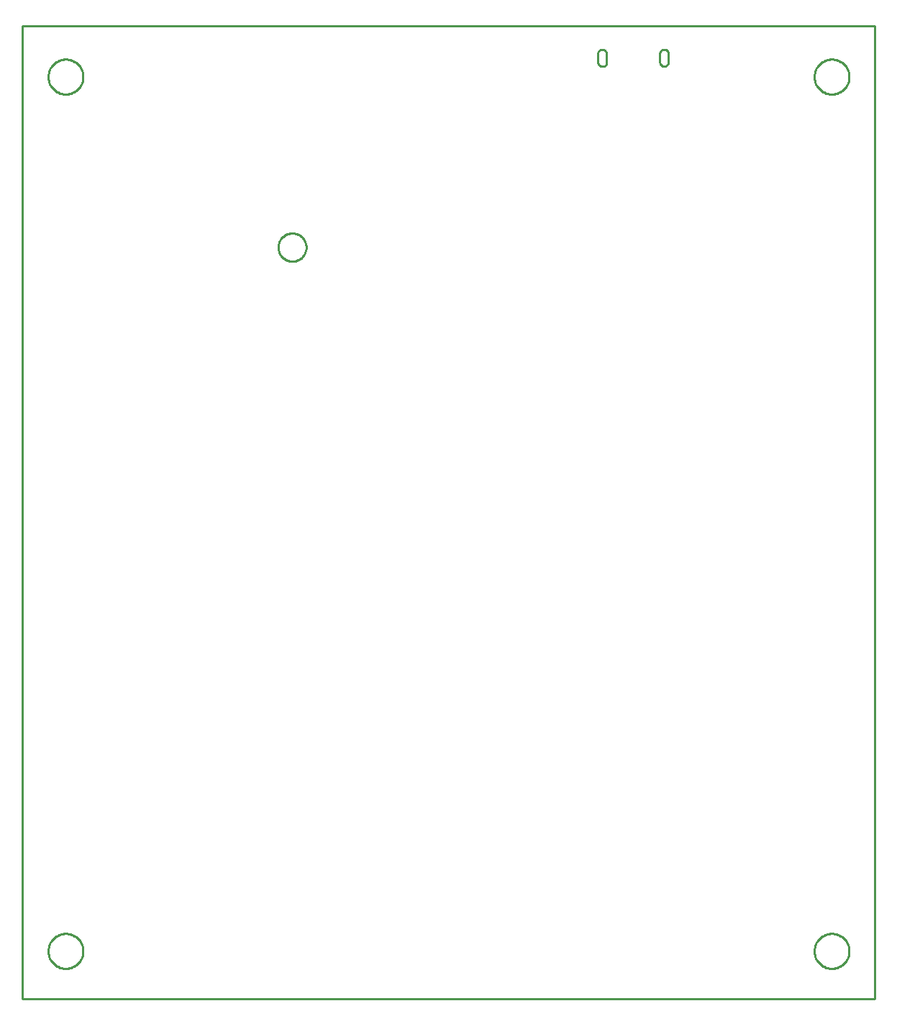
<source format=gbr>
G04 EAGLE Gerber RS-274X export*
G75*
%MOMM*%
%FSLAX34Y34*%
%LPD*%
%IN*%
%IPPOS*%
%AMOC8*
5,1,8,0,0,1.08239X$1,22.5*%
G01*
%ADD10C,0.254000*%


D10*
X0Y-220980D02*
X1003100Y-220980D01*
X1003100Y923800D01*
X0Y923800D01*
X0Y-220980D01*
X677320Y880850D02*
X677339Y880414D01*
X677396Y879982D01*
X677490Y879556D01*
X677622Y879140D01*
X677788Y878737D01*
X677990Y878350D01*
X678224Y877982D01*
X678490Y877636D01*
X678784Y877314D01*
X679106Y877020D01*
X679452Y876754D01*
X679820Y876520D01*
X680207Y876318D01*
X680610Y876152D01*
X681026Y876020D01*
X681452Y875926D01*
X681884Y875869D01*
X682320Y875850D01*
X682672Y875778D01*
X683030Y875737D01*
X683389Y875727D01*
X683748Y875749D01*
X684104Y875802D01*
X684454Y875886D01*
X684795Y876000D01*
X685125Y876143D01*
X685441Y876314D01*
X685741Y876513D01*
X686023Y876737D01*
X686284Y876984D01*
X686523Y877253D01*
X686737Y877542D01*
X686925Y877849D01*
X687086Y878171D01*
X687218Y878505D01*
X687320Y878850D01*
X687320Y890850D01*
X687301Y891286D01*
X687244Y891718D01*
X687150Y892144D01*
X687018Y892560D01*
X686852Y892963D01*
X686650Y893350D01*
X686416Y893718D01*
X686150Y894064D01*
X685856Y894386D01*
X685534Y894680D01*
X685188Y894946D01*
X684820Y895180D01*
X684433Y895382D01*
X684030Y895548D01*
X683614Y895680D01*
X683188Y895774D01*
X682756Y895831D01*
X682320Y895850D01*
X681884Y895831D01*
X681452Y895774D01*
X681026Y895680D01*
X680610Y895548D01*
X680207Y895382D01*
X679820Y895180D01*
X679452Y894946D01*
X679106Y894680D01*
X678784Y894386D01*
X678490Y894064D01*
X678224Y893718D01*
X677990Y893350D01*
X677788Y892963D01*
X677622Y892560D01*
X677490Y892144D01*
X677396Y891718D01*
X677339Y891286D01*
X677320Y890850D01*
X677320Y880850D01*
X750320Y880850D02*
X750339Y880414D01*
X750396Y879982D01*
X750490Y879556D01*
X750622Y879140D01*
X750788Y878737D01*
X750990Y878350D01*
X751224Y877982D01*
X751490Y877636D01*
X751784Y877314D01*
X752106Y877020D01*
X752452Y876754D01*
X752820Y876520D01*
X753207Y876318D01*
X753610Y876152D01*
X754026Y876020D01*
X754452Y875926D01*
X754884Y875869D01*
X755320Y875850D01*
X755756Y875869D01*
X756188Y875926D01*
X756614Y876020D01*
X757030Y876152D01*
X757433Y876318D01*
X757820Y876520D01*
X758188Y876754D01*
X758534Y877020D01*
X758856Y877314D01*
X759150Y877636D01*
X759416Y877982D01*
X759650Y878350D01*
X759852Y878737D01*
X760018Y879140D01*
X760150Y879556D01*
X760244Y879982D01*
X760301Y880414D01*
X760320Y880850D01*
X760320Y890850D01*
X760301Y891286D01*
X760244Y891718D01*
X760150Y892144D01*
X760018Y892560D01*
X759852Y892963D01*
X759650Y893350D01*
X759416Y893718D01*
X759150Y894064D01*
X758856Y894386D01*
X758534Y894680D01*
X758188Y894946D01*
X757820Y895180D01*
X757433Y895382D01*
X757030Y895548D01*
X756614Y895680D01*
X756188Y895774D01*
X755756Y895831D01*
X755320Y895850D01*
X754884Y895831D01*
X754452Y895774D01*
X754026Y895680D01*
X753610Y895548D01*
X753207Y895382D01*
X752820Y895180D01*
X752452Y894946D01*
X752106Y894680D01*
X751784Y894386D01*
X751490Y894064D01*
X751224Y893718D01*
X750990Y893350D01*
X750788Y892963D01*
X750622Y892560D01*
X750490Y892144D01*
X750396Y891718D01*
X750339Y891286D01*
X750320Y890850D01*
X750320Y880850D01*
X334010Y662400D02*
X333939Y661321D01*
X333798Y660249D01*
X333587Y659189D01*
X333308Y658145D01*
X332960Y657121D01*
X332546Y656123D01*
X332068Y655153D01*
X331528Y654217D01*
X330927Y653318D01*
X330269Y652461D01*
X329557Y651648D01*
X328792Y650884D01*
X327979Y650171D01*
X327122Y649513D01*
X326223Y648912D01*
X325287Y648372D01*
X324317Y647894D01*
X323319Y647480D01*
X322295Y647132D01*
X321251Y646853D01*
X320191Y646642D01*
X319119Y646501D01*
X318040Y646430D01*
X316960Y646430D01*
X315881Y646501D01*
X314809Y646642D01*
X313749Y646853D01*
X312705Y647132D01*
X311681Y647480D01*
X310683Y647894D01*
X309713Y648372D01*
X308777Y648912D01*
X307878Y649513D01*
X307021Y650171D01*
X306208Y650884D01*
X305444Y651648D01*
X304731Y652461D01*
X304073Y653318D01*
X303472Y654217D01*
X302932Y655153D01*
X302454Y656123D01*
X302040Y657121D01*
X301692Y658145D01*
X301413Y659189D01*
X301202Y660249D01*
X301061Y661321D01*
X300990Y662400D01*
X300990Y663480D01*
X301061Y664559D01*
X301202Y665631D01*
X301413Y666691D01*
X301692Y667735D01*
X302040Y668759D01*
X302454Y669757D01*
X302932Y670727D01*
X303472Y671663D01*
X304073Y672562D01*
X304731Y673419D01*
X305444Y674232D01*
X306208Y674997D01*
X307021Y675709D01*
X307878Y676367D01*
X308777Y676968D01*
X309713Y677508D01*
X310683Y677986D01*
X311681Y678400D01*
X312705Y678748D01*
X313749Y679027D01*
X314809Y679238D01*
X315881Y679379D01*
X316960Y679450D01*
X318040Y679450D01*
X319119Y679379D01*
X320191Y679238D01*
X321251Y679027D01*
X322295Y678748D01*
X323319Y678400D01*
X324317Y677986D01*
X325287Y677508D01*
X326223Y676968D01*
X327122Y676367D01*
X327979Y675709D01*
X328792Y674997D01*
X329557Y674232D01*
X330269Y673419D01*
X330927Y672562D01*
X331528Y671663D01*
X332068Y670727D01*
X332546Y669757D01*
X332960Y668759D01*
X333308Y667735D01*
X333587Y666691D01*
X333798Y665631D01*
X333939Y664559D01*
X334010Y663480D01*
X334010Y662400D01*
X71300Y-165719D02*
X71225Y-166956D01*
X71076Y-168186D01*
X70853Y-169405D01*
X70556Y-170607D01*
X70188Y-171790D01*
X69748Y-172949D01*
X69240Y-174078D01*
X68664Y-175175D01*
X68023Y-176236D01*
X67319Y-177255D01*
X66555Y-178230D01*
X65734Y-179158D01*
X64858Y-180034D01*
X63930Y-180855D01*
X62955Y-181619D01*
X61936Y-182323D01*
X60875Y-182964D01*
X59778Y-183540D01*
X58649Y-184048D01*
X57490Y-184488D01*
X56307Y-184856D01*
X55105Y-185153D01*
X53886Y-185376D01*
X52656Y-185525D01*
X51419Y-185600D01*
X50181Y-185600D01*
X48944Y-185525D01*
X47714Y-185376D01*
X46495Y-185153D01*
X45293Y-184856D01*
X44110Y-184488D01*
X42951Y-184048D01*
X41822Y-183540D01*
X40725Y-182964D01*
X39664Y-182323D01*
X38645Y-181619D01*
X37670Y-180855D01*
X36742Y-180034D01*
X35866Y-179158D01*
X35045Y-178230D01*
X34281Y-177255D01*
X33577Y-176236D01*
X32936Y-175175D01*
X32360Y-174078D01*
X31852Y-172949D01*
X31413Y-171790D01*
X31044Y-170607D01*
X30747Y-169405D01*
X30524Y-168186D01*
X30375Y-166956D01*
X30300Y-165719D01*
X30300Y-164481D01*
X30375Y-163244D01*
X30524Y-162014D01*
X30747Y-160795D01*
X31044Y-159593D01*
X31413Y-158410D01*
X31852Y-157251D01*
X32360Y-156122D01*
X32936Y-155025D01*
X33577Y-153964D01*
X34281Y-152945D01*
X35045Y-151970D01*
X35866Y-151042D01*
X36742Y-150166D01*
X37670Y-149345D01*
X38645Y-148581D01*
X39664Y-147877D01*
X40725Y-147236D01*
X41822Y-146660D01*
X42951Y-146152D01*
X44110Y-145713D01*
X45293Y-145344D01*
X46495Y-145047D01*
X47714Y-144824D01*
X48944Y-144675D01*
X50181Y-144600D01*
X51419Y-144600D01*
X52656Y-144675D01*
X53886Y-144824D01*
X55105Y-145047D01*
X56307Y-145344D01*
X57490Y-145713D01*
X58649Y-146152D01*
X59778Y-146660D01*
X60875Y-147236D01*
X61936Y-147877D01*
X62955Y-148581D01*
X63930Y-149345D01*
X64858Y-150166D01*
X65734Y-151042D01*
X66555Y-151970D01*
X67319Y-152945D01*
X68023Y-153964D01*
X68664Y-155025D01*
X69240Y-156122D01*
X69748Y-157251D01*
X70188Y-158410D01*
X70556Y-159593D01*
X70853Y-160795D01*
X71076Y-162014D01*
X71225Y-163244D01*
X71300Y-164481D01*
X71300Y-165719D01*
X973000Y862981D02*
X972925Y861744D01*
X972776Y860514D01*
X972553Y859295D01*
X972256Y858093D01*
X971888Y856910D01*
X971448Y855751D01*
X970940Y854622D01*
X970364Y853525D01*
X969723Y852464D01*
X969019Y851445D01*
X968255Y850470D01*
X967434Y849542D01*
X966558Y848666D01*
X965630Y847845D01*
X964655Y847081D01*
X963636Y846377D01*
X962575Y845736D01*
X961478Y845160D01*
X960349Y844652D01*
X959190Y844213D01*
X958007Y843844D01*
X956805Y843547D01*
X955586Y843324D01*
X954356Y843175D01*
X953119Y843100D01*
X951881Y843100D01*
X950644Y843175D01*
X949414Y843324D01*
X948195Y843547D01*
X946993Y843844D01*
X945810Y844213D01*
X944651Y844652D01*
X943522Y845160D01*
X942425Y845736D01*
X941364Y846377D01*
X940345Y847081D01*
X939370Y847845D01*
X938442Y848666D01*
X937566Y849542D01*
X936745Y850470D01*
X935981Y851445D01*
X935277Y852464D01*
X934636Y853525D01*
X934060Y854622D01*
X933552Y855751D01*
X933113Y856910D01*
X932744Y858093D01*
X932447Y859295D01*
X932224Y860514D01*
X932075Y861744D01*
X932000Y862981D01*
X932000Y864219D01*
X932075Y865456D01*
X932224Y866686D01*
X932447Y867905D01*
X932744Y869107D01*
X933113Y870290D01*
X933552Y871449D01*
X934060Y872578D01*
X934636Y873675D01*
X935277Y874736D01*
X935981Y875755D01*
X936745Y876730D01*
X937566Y877658D01*
X938442Y878534D01*
X939370Y879355D01*
X940345Y880119D01*
X941364Y880823D01*
X942425Y881464D01*
X943522Y882040D01*
X944651Y882548D01*
X945810Y882988D01*
X946993Y883356D01*
X948195Y883653D01*
X949414Y883876D01*
X950644Y884025D01*
X951881Y884100D01*
X953119Y884100D01*
X954356Y884025D01*
X955586Y883876D01*
X956805Y883653D01*
X958007Y883356D01*
X959190Y882988D01*
X960349Y882548D01*
X961478Y882040D01*
X962575Y881464D01*
X963636Y880823D01*
X964655Y880119D01*
X965630Y879355D01*
X966558Y878534D01*
X967434Y877658D01*
X968255Y876730D01*
X969019Y875755D01*
X969723Y874736D01*
X970364Y873675D01*
X970940Y872578D01*
X971448Y871449D01*
X971888Y870290D01*
X972256Y869107D01*
X972553Y867905D01*
X972776Y866686D01*
X972925Y865456D01*
X973000Y864219D01*
X973000Y862981D01*
X973000Y-165719D02*
X972925Y-166956D01*
X972776Y-168186D01*
X972553Y-169405D01*
X972256Y-170607D01*
X971888Y-171790D01*
X971448Y-172949D01*
X970940Y-174078D01*
X970364Y-175175D01*
X969723Y-176236D01*
X969019Y-177255D01*
X968255Y-178230D01*
X967434Y-179158D01*
X966558Y-180034D01*
X965630Y-180855D01*
X964655Y-181619D01*
X963636Y-182323D01*
X962575Y-182964D01*
X961478Y-183540D01*
X960349Y-184048D01*
X959190Y-184488D01*
X958007Y-184856D01*
X956805Y-185153D01*
X955586Y-185376D01*
X954356Y-185525D01*
X953119Y-185600D01*
X951881Y-185600D01*
X950644Y-185525D01*
X949414Y-185376D01*
X948195Y-185153D01*
X946993Y-184856D01*
X945810Y-184488D01*
X944651Y-184048D01*
X943522Y-183540D01*
X942425Y-182964D01*
X941364Y-182323D01*
X940345Y-181619D01*
X939370Y-180855D01*
X938442Y-180034D01*
X937566Y-179158D01*
X936745Y-178230D01*
X935981Y-177255D01*
X935277Y-176236D01*
X934636Y-175175D01*
X934060Y-174078D01*
X933552Y-172949D01*
X933113Y-171790D01*
X932744Y-170607D01*
X932447Y-169405D01*
X932224Y-168186D01*
X932075Y-166956D01*
X932000Y-165719D01*
X932000Y-164481D01*
X932075Y-163244D01*
X932224Y-162014D01*
X932447Y-160795D01*
X932744Y-159593D01*
X933113Y-158410D01*
X933552Y-157251D01*
X934060Y-156122D01*
X934636Y-155025D01*
X935277Y-153964D01*
X935981Y-152945D01*
X936745Y-151970D01*
X937566Y-151042D01*
X938442Y-150166D01*
X939370Y-149345D01*
X940345Y-148581D01*
X941364Y-147877D01*
X942425Y-147236D01*
X943522Y-146660D01*
X944651Y-146152D01*
X945810Y-145713D01*
X946993Y-145344D01*
X948195Y-145047D01*
X949414Y-144824D01*
X950644Y-144675D01*
X951881Y-144600D01*
X953119Y-144600D01*
X954356Y-144675D01*
X955586Y-144824D01*
X956805Y-145047D01*
X958007Y-145344D01*
X959190Y-145713D01*
X960349Y-146152D01*
X961478Y-146660D01*
X962575Y-147236D01*
X963636Y-147877D01*
X964655Y-148581D01*
X965630Y-149345D01*
X966558Y-150166D01*
X967434Y-151042D01*
X968255Y-151970D01*
X969019Y-152945D01*
X969723Y-153964D01*
X970364Y-155025D01*
X970940Y-156122D01*
X971448Y-157251D01*
X971888Y-158410D01*
X972256Y-159593D01*
X972553Y-160795D01*
X972776Y-162014D01*
X972925Y-163244D01*
X973000Y-164481D01*
X973000Y-165719D01*
X71300Y862981D02*
X71225Y861744D01*
X71076Y860514D01*
X70853Y859295D01*
X70556Y858093D01*
X70188Y856910D01*
X69748Y855751D01*
X69240Y854622D01*
X68664Y853525D01*
X68023Y852464D01*
X67319Y851445D01*
X66555Y850470D01*
X65734Y849542D01*
X64858Y848666D01*
X63930Y847845D01*
X62955Y847081D01*
X61936Y846377D01*
X60875Y845736D01*
X59778Y845160D01*
X58649Y844652D01*
X57490Y844213D01*
X56307Y843844D01*
X55105Y843547D01*
X53886Y843324D01*
X52656Y843175D01*
X51419Y843100D01*
X50181Y843100D01*
X48944Y843175D01*
X47714Y843324D01*
X46495Y843547D01*
X45293Y843844D01*
X44110Y844213D01*
X42951Y844652D01*
X41822Y845160D01*
X40725Y845736D01*
X39664Y846377D01*
X38645Y847081D01*
X37670Y847845D01*
X36742Y848666D01*
X35866Y849542D01*
X35045Y850470D01*
X34281Y851445D01*
X33577Y852464D01*
X32936Y853525D01*
X32360Y854622D01*
X31852Y855751D01*
X31413Y856910D01*
X31044Y858093D01*
X30747Y859295D01*
X30524Y860514D01*
X30375Y861744D01*
X30300Y862981D01*
X30300Y864219D01*
X30375Y865456D01*
X30524Y866686D01*
X30747Y867905D01*
X31044Y869107D01*
X31413Y870290D01*
X31852Y871449D01*
X32360Y872578D01*
X32936Y873675D01*
X33577Y874736D01*
X34281Y875755D01*
X35045Y876730D01*
X35866Y877658D01*
X36742Y878534D01*
X37670Y879355D01*
X38645Y880119D01*
X39664Y880823D01*
X40725Y881464D01*
X41822Y882040D01*
X42951Y882548D01*
X44110Y882988D01*
X45293Y883356D01*
X46495Y883653D01*
X47714Y883876D01*
X48944Y884025D01*
X50181Y884100D01*
X51419Y884100D01*
X52656Y884025D01*
X53886Y883876D01*
X55105Y883653D01*
X56307Y883356D01*
X57490Y882988D01*
X58649Y882548D01*
X59778Y882040D01*
X60875Y881464D01*
X61936Y880823D01*
X62955Y880119D01*
X63930Y879355D01*
X64858Y878534D01*
X65734Y877658D01*
X66555Y876730D01*
X67319Y875755D01*
X68023Y874736D01*
X68664Y873675D01*
X69240Y872578D01*
X69748Y871449D01*
X70188Y870290D01*
X70556Y869107D01*
X70853Y867905D01*
X71076Y866686D01*
X71225Y865456D01*
X71300Y864219D01*
X71300Y862981D01*
M02*

</source>
